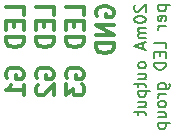
<source format=gbo>
G04 #@! TF.FileFunction,Legend,Bot*
%FSLAX46Y46*%
G04 Gerber Fmt 4.6, Leading zero omitted, Abs format (unit mm)*
G04 Created by KiCad (PCBNEW 4.0.7-e2-6376~58~ubuntu16.04.1) date Mon May 21 14:16:18 2018*
%MOMM*%
%LPD*%
G01*
G04 APERTURE LIST*
%ADD10C,0.100000*%
%ADD11C,0.200000*%
%ADD12C,0.300000*%
G04 APERTURE END LIST*
D10*
D11*
X136873619Y-97980476D02*
X136826000Y-98028095D01*
X136778381Y-98123333D01*
X136778381Y-98361429D01*
X136826000Y-98456667D01*
X136873619Y-98504286D01*
X136968857Y-98551905D01*
X137064095Y-98551905D01*
X137206952Y-98504286D01*
X137778381Y-97932857D01*
X137778381Y-98551905D01*
X136778381Y-99170952D02*
X136778381Y-99266191D01*
X136826000Y-99361429D01*
X136873619Y-99409048D01*
X136968857Y-99456667D01*
X137159333Y-99504286D01*
X137397429Y-99504286D01*
X137587905Y-99456667D01*
X137683143Y-99409048D01*
X137730762Y-99361429D01*
X137778381Y-99266191D01*
X137778381Y-99170952D01*
X137730762Y-99075714D01*
X137683143Y-99028095D01*
X137587905Y-98980476D01*
X137397429Y-98932857D01*
X137159333Y-98932857D01*
X136968857Y-98980476D01*
X136873619Y-99028095D01*
X136826000Y-99075714D01*
X136778381Y-99170952D01*
X137778381Y-99932857D02*
X137111714Y-99932857D01*
X137206952Y-99932857D02*
X137159333Y-99980476D01*
X137111714Y-100075714D01*
X137111714Y-100218572D01*
X137159333Y-100313810D01*
X137254571Y-100361429D01*
X137778381Y-100361429D01*
X137254571Y-100361429D02*
X137159333Y-100409048D01*
X137111714Y-100504286D01*
X137111714Y-100647143D01*
X137159333Y-100742381D01*
X137254571Y-100790000D01*
X137778381Y-100790000D01*
X137492667Y-101218571D02*
X137492667Y-101694762D01*
X137778381Y-101123333D02*
X136778381Y-101456666D01*
X137778381Y-101790000D01*
X137778381Y-103028095D02*
X137730762Y-102932857D01*
X137683143Y-102885238D01*
X137587905Y-102837619D01*
X137302190Y-102837619D01*
X137206952Y-102885238D01*
X137159333Y-102932857D01*
X137111714Y-103028095D01*
X137111714Y-103170953D01*
X137159333Y-103266191D01*
X137206952Y-103313810D01*
X137302190Y-103361429D01*
X137587905Y-103361429D01*
X137683143Y-103313810D01*
X137730762Y-103266191D01*
X137778381Y-103170953D01*
X137778381Y-103028095D01*
X137111714Y-104218572D02*
X137778381Y-104218572D01*
X137111714Y-103790000D02*
X137635524Y-103790000D01*
X137730762Y-103837619D01*
X137778381Y-103932857D01*
X137778381Y-104075715D01*
X137730762Y-104170953D01*
X137683143Y-104218572D01*
X137111714Y-104551905D02*
X137111714Y-104932857D01*
X136778381Y-104694762D02*
X137635524Y-104694762D01*
X137730762Y-104742381D01*
X137778381Y-104837619D01*
X137778381Y-104932857D01*
X137111714Y-105266191D02*
X138111714Y-105266191D01*
X137159333Y-105266191D02*
X137111714Y-105361429D01*
X137111714Y-105551906D01*
X137159333Y-105647144D01*
X137206952Y-105694763D01*
X137302190Y-105742382D01*
X137587905Y-105742382D01*
X137683143Y-105694763D01*
X137730762Y-105647144D01*
X137778381Y-105551906D01*
X137778381Y-105361429D01*
X137730762Y-105266191D01*
X137111714Y-106599525D02*
X137778381Y-106599525D01*
X137111714Y-106170953D02*
X137635524Y-106170953D01*
X137730762Y-106218572D01*
X137778381Y-106313810D01*
X137778381Y-106456668D01*
X137730762Y-106551906D01*
X137683143Y-106599525D01*
X137111714Y-106932858D02*
X137111714Y-107313810D01*
X136778381Y-107075715D02*
X137635524Y-107075715D01*
X137730762Y-107123334D01*
X137778381Y-107218572D01*
X137778381Y-107313810D01*
X138811714Y-98028095D02*
X139811714Y-98028095D01*
X138859333Y-98028095D02*
X138811714Y-98123333D01*
X138811714Y-98313810D01*
X138859333Y-98409048D01*
X138906952Y-98456667D01*
X139002190Y-98504286D01*
X139287905Y-98504286D01*
X139383143Y-98456667D01*
X139430762Y-98409048D01*
X139478381Y-98313810D01*
X139478381Y-98123333D01*
X139430762Y-98028095D01*
X139430762Y-99313810D02*
X139478381Y-99218572D01*
X139478381Y-99028095D01*
X139430762Y-98932857D01*
X139335524Y-98885238D01*
X138954571Y-98885238D01*
X138859333Y-98932857D01*
X138811714Y-99028095D01*
X138811714Y-99218572D01*
X138859333Y-99313810D01*
X138954571Y-99361429D01*
X139049810Y-99361429D01*
X139145048Y-98885238D01*
X139478381Y-99790000D02*
X138811714Y-99790000D01*
X139002190Y-99790000D02*
X138906952Y-99837619D01*
X138859333Y-99885238D01*
X138811714Y-99980476D01*
X138811714Y-100075715D01*
X139478381Y-101647144D02*
X139478381Y-101170953D01*
X138478381Y-101170953D01*
X138954571Y-101980477D02*
X138954571Y-102313811D01*
X139478381Y-102456668D02*
X139478381Y-101980477D01*
X138478381Y-101980477D01*
X138478381Y-102456668D01*
X139478381Y-102885239D02*
X138478381Y-102885239D01*
X138478381Y-103123334D01*
X138526000Y-103266192D01*
X138621238Y-103361430D01*
X138716476Y-103409049D01*
X138906952Y-103456668D01*
X139049810Y-103456668D01*
X139240286Y-103409049D01*
X139335524Y-103361430D01*
X139430762Y-103266192D01*
X139478381Y-103123334D01*
X139478381Y-102885239D01*
X138811714Y-105075716D02*
X139621238Y-105075716D01*
X139716476Y-105028097D01*
X139764095Y-104980478D01*
X139811714Y-104885239D01*
X139811714Y-104742382D01*
X139764095Y-104647144D01*
X139430762Y-105075716D02*
X139478381Y-104980478D01*
X139478381Y-104790001D01*
X139430762Y-104694763D01*
X139383143Y-104647144D01*
X139287905Y-104599525D01*
X139002190Y-104599525D01*
X138906952Y-104647144D01*
X138859333Y-104694763D01*
X138811714Y-104790001D01*
X138811714Y-104980478D01*
X138859333Y-105075716D01*
X139478381Y-105551906D02*
X138811714Y-105551906D01*
X139002190Y-105551906D02*
X138906952Y-105599525D01*
X138859333Y-105647144D01*
X138811714Y-105742382D01*
X138811714Y-105837621D01*
X139478381Y-106313811D02*
X139430762Y-106218573D01*
X139383143Y-106170954D01*
X139287905Y-106123335D01*
X139002190Y-106123335D01*
X138906952Y-106170954D01*
X138859333Y-106218573D01*
X138811714Y-106313811D01*
X138811714Y-106456669D01*
X138859333Y-106551907D01*
X138906952Y-106599526D01*
X139002190Y-106647145D01*
X139287905Y-106647145D01*
X139383143Y-106599526D01*
X139430762Y-106551907D01*
X139478381Y-106456669D01*
X139478381Y-106313811D01*
X138811714Y-107504288D02*
X139478381Y-107504288D01*
X138811714Y-107075716D02*
X139335524Y-107075716D01*
X139430762Y-107123335D01*
X139478381Y-107218573D01*
X139478381Y-107361431D01*
X139430762Y-107456669D01*
X139383143Y-107504288D01*
X138811714Y-107980478D02*
X139811714Y-107980478D01*
X138859333Y-107980478D02*
X138811714Y-108075716D01*
X138811714Y-108266193D01*
X138859333Y-108361431D01*
X138906952Y-108409050D01*
X139002190Y-108456669D01*
X139287905Y-108456669D01*
X139383143Y-108409050D01*
X139430762Y-108361431D01*
X139478381Y-108266193D01*
X139478381Y-108075716D01*
X139430762Y-107980478D01*
D12*
X132504571Y-98854001D02*
X132504571Y-98139715D01*
X131004571Y-98139715D01*
X131718857Y-99354001D02*
X131718857Y-99854001D01*
X132504571Y-100068287D02*
X132504571Y-99354001D01*
X131004571Y-99354001D01*
X131004571Y-100068287D01*
X132504571Y-100711144D02*
X131004571Y-100711144D01*
X131004571Y-101068287D01*
X131076000Y-101282572D01*
X131218857Y-101425430D01*
X131361714Y-101496858D01*
X131647429Y-101568287D01*
X131861714Y-101568287D01*
X132147429Y-101496858D01*
X132290286Y-101425430D01*
X132433143Y-101282572D01*
X132504571Y-101068287D01*
X132504571Y-100711144D01*
X131076000Y-104139715D02*
X131004571Y-103996858D01*
X131004571Y-103782572D01*
X131076000Y-103568287D01*
X131218857Y-103425429D01*
X131361714Y-103354001D01*
X131647429Y-103282572D01*
X131861714Y-103282572D01*
X132147429Y-103354001D01*
X132290286Y-103425429D01*
X132433143Y-103568287D01*
X132504571Y-103782572D01*
X132504571Y-103925429D01*
X132433143Y-104139715D01*
X132361714Y-104211144D01*
X131861714Y-104211144D01*
X131861714Y-103925429D01*
X131004571Y-104711144D02*
X131004571Y-105639715D01*
X131576000Y-105139715D01*
X131576000Y-105354001D01*
X131647429Y-105496858D01*
X131718857Y-105568287D01*
X131861714Y-105639715D01*
X132218857Y-105639715D01*
X132361714Y-105568287D01*
X132433143Y-105496858D01*
X132504571Y-105354001D01*
X132504571Y-104925429D01*
X132433143Y-104782572D01*
X132361714Y-104711144D01*
X129964571Y-98854001D02*
X129964571Y-98139715D01*
X128464571Y-98139715D01*
X129178857Y-99354001D02*
X129178857Y-99854001D01*
X129964571Y-100068287D02*
X129964571Y-99354001D01*
X128464571Y-99354001D01*
X128464571Y-100068287D01*
X129964571Y-100711144D02*
X128464571Y-100711144D01*
X128464571Y-101068287D01*
X128536000Y-101282572D01*
X128678857Y-101425430D01*
X128821714Y-101496858D01*
X129107429Y-101568287D01*
X129321714Y-101568287D01*
X129607429Y-101496858D01*
X129750286Y-101425430D01*
X129893143Y-101282572D01*
X129964571Y-101068287D01*
X129964571Y-100711144D01*
X128536000Y-104139715D02*
X128464571Y-103996858D01*
X128464571Y-103782572D01*
X128536000Y-103568287D01*
X128678857Y-103425429D01*
X128821714Y-103354001D01*
X129107429Y-103282572D01*
X129321714Y-103282572D01*
X129607429Y-103354001D01*
X129750286Y-103425429D01*
X129893143Y-103568287D01*
X129964571Y-103782572D01*
X129964571Y-103925429D01*
X129893143Y-104139715D01*
X129821714Y-104211144D01*
X129321714Y-104211144D01*
X129321714Y-103925429D01*
X128607429Y-104782572D02*
X128536000Y-104854001D01*
X128464571Y-104996858D01*
X128464571Y-105354001D01*
X128536000Y-105496858D01*
X128607429Y-105568287D01*
X128750286Y-105639715D01*
X128893143Y-105639715D01*
X129107429Y-105568287D01*
X129964571Y-104711144D01*
X129964571Y-105639715D01*
X133616000Y-98933143D02*
X133544571Y-98790286D01*
X133544571Y-98576000D01*
X133616000Y-98361715D01*
X133758857Y-98218857D01*
X133901714Y-98147429D01*
X134187429Y-98076000D01*
X134401714Y-98076000D01*
X134687429Y-98147429D01*
X134830286Y-98218857D01*
X134973143Y-98361715D01*
X135044571Y-98576000D01*
X135044571Y-98718857D01*
X134973143Y-98933143D01*
X134901714Y-99004572D01*
X134401714Y-99004572D01*
X134401714Y-98718857D01*
X135044571Y-99647429D02*
X133544571Y-99647429D01*
X135044571Y-100504572D01*
X133544571Y-100504572D01*
X135044571Y-101218858D02*
X133544571Y-101218858D01*
X133544571Y-101576001D01*
X133616000Y-101790286D01*
X133758857Y-101933144D01*
X133901714Y-102004572D01*
X134187429Y-102076001D01*
X134401714Y-102076001D01*
X134687429Y-102004572D01*
X134830286Y-101933144D01*
X134973143Y-101790286D01*
X135044571Y-101576001D01*
X135044571Y-101218858D01*
X127424571Y-98854001D02*
X127424571Y-98139715D01*
X125924571Y-98139715D01*
X126638857Y-99354001D02*
X126638857Y-99854001D01*
X127424571Y-100068287D02*
X127424571Y-99354001D01*
X125924571Y-99354001D01*
X125924571Y-100068287D01*
X127424571Y-100711144D02*
X125924571Y-100711144D01*
X125924571Y-101068287D01*
X125996000Y-101282572D01*
X126138857Y-101425430D01*
X126281714Y-101496858D01*
X126567429Y-101568287D01*
X126781714Y-101568287D01*
X127067429Y-101496858D01*
X127210286Y-101425430D01*
X127353143Y-101282572D01*
X127424571Y-101068287D01*
X127424571Y-100711144D01*
X125996000Y-104139715D02*
X125924571Y-103996858D01*
X125924571Y-103782572D01*
X125996000Y-103568287D01*
X126138857Y-103425429D01*
X126281714Y-103354001D01*
X126567429Y-103282572D01*
X126781714Y-103282572D01*
X127067429Y-103354001D01*
X127210286Y-103425429D01*
X127353143Y-103568287D01*
X127424571Y-103782572D01*
X127424571Y-103925429D01*
X127353143Y-104139715D01*
X127281714Y-104211144D01*
X126781714Y-104211144D01*
X126781714Y-103925429D01*
X127424571Y-105639715D02*
X127424571Y-104782572D01*
X127424571Y-105211144D02*
X125924571Y-105211144D01*
X126138857Y-105068287D01*
X126281714Y-104925429D01*
X126353143Y-104782572D01*
M02*

</source>
